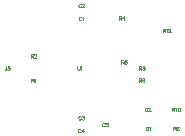
<source format=gbr>
%TF.GenerationSoftware,Altium Limited,Altium Designer,23.5.1 (21)*%
G04 Layer_Color=32768*
%FSLAX45Y45*%
%MOMM*%
%TF.SameCoordinates,DD9E7470-14DF-4C20-BCD2-90D554482088*%
%TF.FilePolarity,Positive*%
%TF.FileFunction,Other,Top_Designator*%
%TF.Part,Single*%
G01*
G75*
%TA.AperFunction,NonConductor*%
%ADD56C,0.05000*%
D56*
X303620Y439554D02*
Y409560D01*
Y439554D02*
X316474D01*
X320759Y438125D01*
X322187Y436697D01*
X323616Y433840D01*
Y430984D01*
X322187Y428127D01*
X320759Y426699D01*
X316474Y425271D01*
X303620D01*
X313618D02*
X323616Y409560D01*
X344611Y439554D02*
X330329Y419558D01*
X351752D01*
X344611Y439554D02*
Y409560D01*
X674460Y332874D02*
Y302880D01*
Y332874D02*
X687314D01*
X691599Y331445D01*
X693027Y330017D01*
X694456Y327160D01*
Y324304D01*
X693027Y321447D01*
X691599Y320019D01*
X687314Y318591D01*
X674460D01*
X684458D02*
X694456Y302880D01*
X701169Y327160D02*
X704025Y328589D01*
X708310Y332874D01*
Y302880D01*
X724592Y325732D02*
Y327160D01*
X726020Y330017D01*
X727448Y331445D01*
X730305Y332874D01*
X736018D01*
X738875Y331445D01*
X740303Y330017D01*
X741731Y327160D01*
Y324304D01*
X740303Y321447D01*
X737446Y317163D01*
X723164Y302880D01*
X743159D01*
X-46900Y15374D02*
Y-6051D01*
X-45472Y-10335D01*
X-42615Y-13192D01*
X-38331Y-14620D01*
X-35474D01*
X-31189Y-13192D01*
X-28333Y-10335D01*
X-26904Y-6051D01*
Y15374D01*
X-18620Y9660D02*
X-15764Y11089D01*
X-11479Y15374D01*
Y-14620D01*
X755740Y-335146D02*
Y-365140D01*
Y-335146D02*
X768594D01*
X772879Y-336575D01*
X774307Y-338003D01*
X775736Y-340860D01*
Y-343716D01*
X774307Y-346573D01*
X772879Y-348001D01*
X768594Y-349429D01*
X755740D01*
X765738D02*
X775736Y-365140D01*
X782449Y-340860D02*
X785305Y-339431D01*
X789590Y-335146D01*
Y-365140D01*
X813013Y-335146D02*
X808728Y-336575D01*
X805872Y-340860D01*
X804444Y-348001D01*
Y-352286D01*
X805872Y-359427D01*
X808728Y-363712D01*
X813013Y-365140D01*
X815870D01*
X820155Y-363712D01*
X823011Y-359427D01*
X824439Y-352286D01*
Y-348001D01*
X823011Y-340860D01*
X820155Y-336575D01*
X815870Y-335146D01*
X813013D01*
X765900Y-495166D02*
Y-525160D01*
Y-495166D02*
X778754D01*
X783039Y-496595D01*
X784467Y-498023D01*
X785896Y-500880D01*
Y-503736D01*
X784467Y-506593D01*
X783039Y-508021D01*
X778754Y-509449D01*
X765900D01*
X775898D02*
X785896Y-525160D01*
X799750Y-495166D02*
X795465Y-496595D01*
X794037Y-499451D01*
Y-502308D01*
X795465Y-505164D01*
X798321Y-506593D01*
X804035Y-508021D01*
X808319Y-509449D01*
X811176Y-512306D01*
X812604Y-515162D01*
Y-519447D01*
X811176Y-522304D01*
X809748Y-523732D01*
X805463Y-525160D01*
X799750D01*
X795465Y-523732D01*
X794037Y-522304D01*
X792609Y-519447D01*
Y-515162D01*
X794037Y-512306D01*
X796893Y-509449D01*
X801178Y-508021D01*
X806891Y-506593D01*
X809748Y-505164D01*
X811176Y-502308D01*
Y-499451D01*
X809748Y-496595D01*
X805463Y-495166D01*
X799750D01*
X476340Y-86226D02*
Y-116220D01*
Y-86226D02*
X489194D01*
X493479Y-87655D01*
X494907Y-89083D01*
X496336Y-91940D01*
Y-94796D01*
X494907Y-97653D01*
X493479Y-99081D01*
X489194Y-100509D01*
X476340D01*
X486338D02*
X496336Y-116220D01*
X520188Y-90511D02*
X518759Y-87655D01*
X514475Y-86226D01*
X511618D01*
X507333Y-87655D01*
X504477Y-91940D01*
X503049Y-99081D01*
Y-106222D01*
X504477Y-111935D01*
X507333Y-114792D01*
X511618Y-116220D01*
X513046D01*
X517331Y-114792D01*
X520188Y-111935D01*
X521616Y-107651D01*
Y-106222D01*
X520188Y-101937D01*
X517331Y-99081D01*
X513046Y-97653D01*
X511618D01*
X507333Y-99081D01*
X504477Y-101937D01*
X503049Y-106222D01*
X326480Y66174D02*
Y36180D01*
Y66174D02*
X339334D01*
X343619Y64745D01*
X345047Y63317D01*
X346476Y60460D01*
Y57604D01*
X345047Y54747D01*
X343619Y53319D01*
X339334Y51891D01*
X326480D01*
X336478D02*
X346476Y36180D01*
X370328Y66174D02*
X356045D01*
X354617Y53319D01*
X356045Y54747D01*
X360330Y56176D01*
X364615D01*
X368899Y54747D01*
X371756Y51891D01*
X373184Y47606D01*
Y44749D01*
X371756Y40465D01*
X368899Y37608D01*
X364615Y36180D01*
X360330D01*
X356045Y37608D01*
X354617Y39036D01*
X353189Y41893D01*
X476340Y15374D02*
Y-14620D01*
Y15374D02*
X489194D01*
X493479Y13945D01*
X494907Y12517D01*
X496336Y9660D01*
Y6804D01*
X494907Y3947D01*
X493479Y2519D01*
X489194Y1091D01*
X476340D01*
X486338D02*
X496336Y-14620D01*
X505905Y15374D02*
X521616D01*
X513046Y3947D01*
X517331D01*
X520188Y2519D01*
X521616Y1091D01*
X523044Y-3194D01*
Y-6051D01*
X521616Y-10335D01*
X518759Y-13192D01*
X514475Y-14620D01*
X510190D01*
X505905Y-13192D01*
X504477Y-11764D01*
X503049Y-8907D01*
X-440600Y116974D02*
Y86980D01*
Y116974D02*
X-427746D01*
X-423461Y115545D01*
X-422033Y114117D01*
X-420604Y111260D01*
Y108404D01*
X-422033Y105547D01*
X-423461Y104119D01*
X-427746Y102691D01*
X-440600D01*
X-430602D02*
X-420604Y86980D01*
X-412463Y109832D02*
Y111260D01*
X-411035Y114117D01*
X-409607Y115545D01*
X-406750Y116974D01*
X-401037D01*
X-398181Y115545D01*
X-396752Y114117D01*
X-395324Y111260D01*
Y108404D01*
X-396752Y105547D01*
X-399609Y101263D01*
X-413891Y86980D01*
X-393896D01*
X-435520Y-88766D02*
Y-118760D01*
Y-88766D02*
X-422666D01*
X-418381Y-90195D01*
X-416953Y-91623D01*
X-415524Y-94480D01*
Y-97336D01*
X-416953Y-100193D01*
X-418381Y-101621D01*
X-422666Y-103049D01*
X-435520D01*
X-425522D02*
X-415524Y-118760D01*
X-408811Y-94480D02*
X-405955Y-93051D01*
X-401670Y-88766D01*
Y-118760D01*
X-647297Y15374D02*
Y-7479D01*
X-648726Y-11764D01*
X-650154Y-13192D01*
X-653011Y-14620D01*
X-655867D01*
X-658724Y-13192D01*
X-660152Y-11764D01*
X-661580Y-7479D01*
Y-4622D01*
X-636728Y15374D02*
X-621018D01*
X-629587Y3947D01*
X-625302D01*
X-622446Y2519D01*
X-621018Y1091D01*
X-619589Y-3194D01*
Y-6051D01*
X-621018Y-10335D01*
X-623874Y-13192D01*
X-628159Y-14620D01*
X-632444D01*
X-636728Y-13192D01*
X-638157Y-11764D01*
X-639585Y-8907D01*
X527140Y-335146D02*
Y-365140D01*
Y-335146D02*
X537138D01*
X541423Y-336575D01*
X544279Y-339431D01*
X545707Y-342288D01*
X547136Y-346573D01*
Y-353714D01*
X545707Y-357999D01*
X544279Y-360855D01*
X541423Y-363712D01*
X537138Y-365140D01*
X527140D01*
X555277Y-342288D02*
Y-340860D01*
X556705Y-338003D01*
X558133Y-336575D01*
X560990Y-335146D01*
X566703D01*
X569559Y-336575D01*
X570988Y-338003D01*
X572416Y-340860D01*
Y-343716D01*
X570988Y-346573D01*
X568131Y-350857D01*
X553849Y-365140D01*
X573844D01*
X532220Y-495166D02*
Y-525160D01*
Y-495166D02*
X542218D01*
X546503Y-496595D01*
X549359Y-499451D01*
X550787Y-502308D01*
X552216Y-506593D01*
Y-513734D01*
X550787Y-518019D01*
X549359Y-520875D01*
X546503Y-523732D01*
X542218Y-525160D01*
X532220D01*
X558929Y-500880D02*
X561785Y-499451D01*
X566070Y-495166D01*
Y-525160D01*
X185344Y-471828D02*
X183916Y-468971D01*
X181059Y-466115D01*
X178203Y-464686D01*
X172489D01*
X169633Y-466115D01*
X166776Y-468971D01*
X165348Y-471828D01*
X163920Y-476113D01*
Y-483254D01*
X165348Y-487539D01*
X166776Y-490395D01*
X169633Y-493252D01*
X172489Y-494680D01*
X178203D01*
X181059Y-493252D01*
X183916Y-490395D01*
X185344Y-487539D01*
X210910Y-464686D02*
X196627D01*
X195199Y-477541D01*
X196627Y-476113D01*
X200912Y-474684D01*
X205197D01*
X209481Y-476113D01*
X212338Y-478969D01*
X213766Y-483254D01*
Y-486111D01*
X212338Y-490395D01*
X209481Y-493252D01*
X205197Y-494680D01*
X200912D01*
X196627Y-493252D01*
X195199Y-491824D01*
X193771Y-488967D01*
X-18656Y-522628D02*
X-20085Y-519771D01*
X-22941Y-516915D01*
X-25798Y-515486D01*
X-31511D01*
X-34367Y-516915D01*
X-37224Y-519771D01*
X-38652Y-522628D01*
X-40080Y-526913D01*
Y-534054D01*
X-38652Y-538339D01*
X-37224Y-541195D01*
X-34367Y-544052D01*
X-31511Y-545480D01*
X-25798D01*
X-22941Y-544052D01*
X-20085Y-541195D01*
X-18656Y-538339D01*
X4053Y-515486D02*
X-10230Y-535482D01*
X11194D01*
X4053Y-515486D02*
Y-545480D01*
X-16116Y-413408D02*
X-17545Y-410551D01*
X-20401Y-407695D01*
X-23258Y-406266D01*
X-28971D01*
X-31827Y-407695D01*
X-34684Y-410551D01*
X-36112Y-413408D01*
X-37540Y-417693D01*
Y-424834D01*
X-36112Y-429119D01*
X-34684Y-431975D01*
X-31827Y-434832D01*
X-28971Y-436260D01*
X-23258D01*
X-20401Y-434832D01*
X-17545Y-431975D01*
X-16116Y-429119D01*
X-4833Y-406266D02*
X10878D01*
X2308Y-417693D01*
X6593D01*
X9450Y-419121D01*
X10878Y-420549D01*
X12306Y-424834D01*
Y-427691D01*
X10878Y-431975D01*
X8021Y-434832D01*
X3737Y-436260D01*
X-548D01*
X-4833Y-434832D01*
X-6261Y-433404D01*
X-7690Y-430547D01*
X-16116Y539092D02*
X-17545Y541949D01*
X-20401Y544805D01*
X-23258Y546234D01*
X-28971D01*
X-31827Y544805D01*
X-34684Y541949D01*
X-36112Y539092D01*
X-37540Y534807D01*
Y527666D01*
X-36112Y523381D01*
X-34684Y520525D01*
X-31827Y517668D01*
X-28971Y516240D01*
X-23258D01*
X-20401Y517668D01*
X-17545Y520525D01*
X-16116Y523381D01*
X-6261Y539092D02*
Y540520D01*
X-4833Y543377D01*
X-3405Y544805D01*
X-548Y546234D01*
X5165D01*
X8021Y544805D01*
X9450Y543377D01*
X10878Y540520D01*
Y537664D01*
X9450Y534807D01*
X6593Y530523D01*
X-7690Y516240D01*
X12306D01*
X-11036Y427332D02*
X-12465Y430189D01*
X-15321Y433045D01*
X-18178Y434474D01*
X-23891D01*
X-26747Y433045D01*
X-29604Y430189D01*
X-31032Y427332D01*
X-32460Y423047D01*
Y415906D01*
X-31032Y411621D01*
X-29604Y408765D01*
X-26747Y405908D01*
X-23891Y404480D01*
X-18178D01*
X-15321Y405908D01*
X-12465Y408765D01*
X-11036Y411621D01*
X-2610Y428760D02*
X247Y430189D01*
X4532Y434474D01*
Y404480D01*
%TF.MD5,49d2f50fb58007344340e308d3f4d344*%
M02*

</source>
